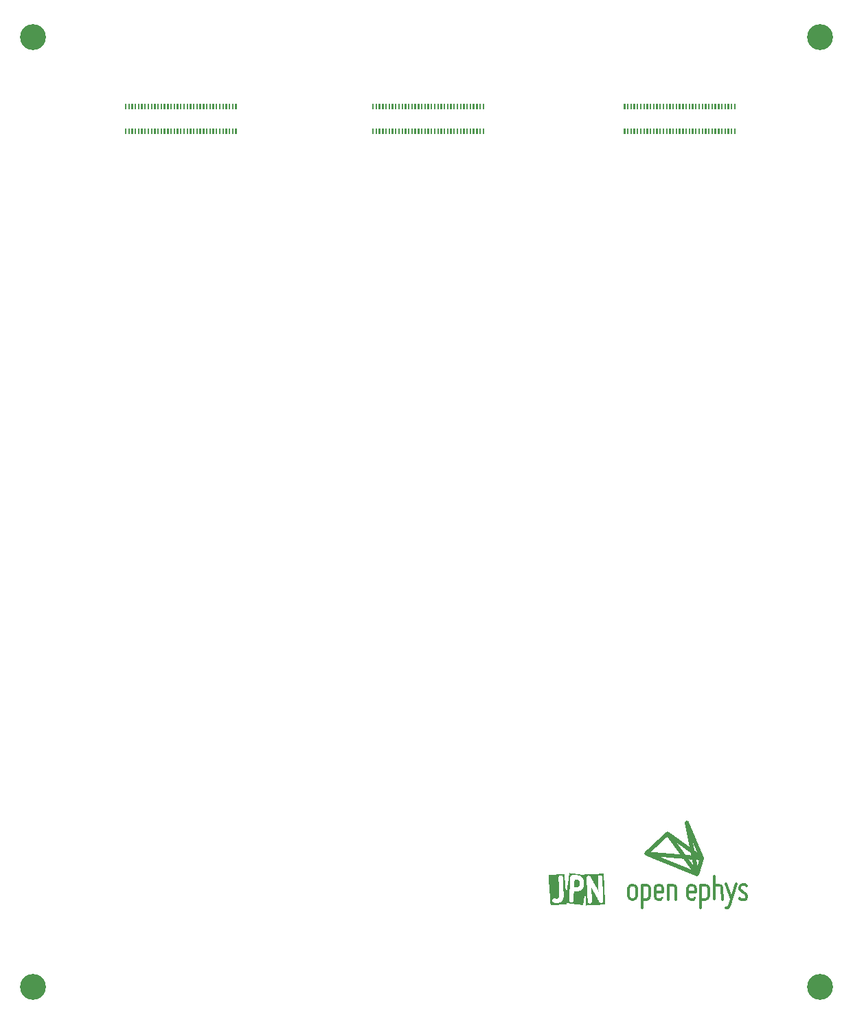
<source format=gbr>
%TF.GenerationSoftware,KiCad,Pcbnew,(6.0.0)*%
%TF.CreationDate,2022-03-28T07:33:37-07:00*%
%TF.ProjectId,flex-24_panel,666c6578-2d32-4345-9f70-616e656c2e6b,A*%
%TF.SameCoordinates,Original*%
%TF.FileFunction,Soldermask,Top*%
%TF.FilePolarity,Negative*%
%FSLAX46Y46*%
G04 Gerber Fmt 4.6, Leading zero omitted, Abs format (unit mm)*
G04 Created by KiCad (PCBNEW (6.0.0)) date 2022-03-28 07:33:37*
%MOMM*%
%LPD*%
G01*
G04 APERTURE LIST*
%ADD10C,0.360000*%
%ADD11C,0.550000*%
%ADD12C,3.200000*%
G04 APERTURE END LIST*
%TO.C,J2*%
G36*
X183030000Y-43995864D02*
G01*
X182830000Y-43995864D01*
X182830000Y-43295864D01*
X183030000Y-43295864D01*
X183030000Y-43995864D01*
G37*
G36*
X176830000Y-46375864D02*
G01*
X177030000Y-46375864D01*
X177030000Y-47075864D01*
X176830000Y-47075864D01*
X176830000Y-46375864D01*
G37*
G36*
X184030000Y-46375864D02*
G01*
X184230000Y-46375864D01*
X184230000Y-47075864D01*
X184030000Y-47075864D01*
X184030000Y-46375864D01*
G37*
G36*
X174630000Y-43995864D02*
G01*
X174430000Y-43995864D01*
X174430000Y-43295864D01*
X174630000Y-43295864D01*
X174630000Y-43995864D01*
G37*
G36*
X172830000Y-46375864D02*
G01*
X173030000Y-46375864D01*
X173030000Y-47075864D01*
X172830000Y-47075864D01*
X172830000Y-46375864D01*
G37*
G36*
X182430000Y-46375864D02*
G01*
X182630000Y-46375864D01*
X182630000Y-47075864D01*
X182430000Y-47075864D01*
X182430000Y-46375864D01*
G37*
G36*
X182630000Y-43995864D02*
G01*
X182430000Y-43995864D01*
X182430000Y-43295864D01*
X182630000Y-43295864D01*
X182630000Y-43995864D01*
G37*
G36*
X178830000Y-46375864D02*
G01*
X179030000Y-46375864D01*
X179030000Y-47075864D01*
X178830000Y-47075864D01*
X178830000Y-46375864D01*
G37*
G36*
X181230000Y-46375864D02*
G01*
X181430000Y-46375864D01*
X181430000Y-47075864D01*
X181230000Y-47075864D01*
X181230000Y-46375864D01*
G37*
G36*
X171830000Y-43995864D02*
G01*
X171630000Y-43995864D01*
X171630000Y-43295864D01*
X171830000Y-43295864D01*
X171830000Y-43995864D01*
G37*
G36*
X172430000Y-46375864D02*
G01*
X172630000Y-46375864D01*
X172630000Y-47075864D01*
X172430000Y-47075864D01*
X172430000Y-46375864D01*
G37*
G36*
X177630000Y-46375864D02*
G01*
X177830000Y-46375864D01*
X177830000Y-47075864D01*
X177630000Y-47075864D01*
X177630000Y-46375864D01*
G37*
G36*
X176230000Y-43995864D02*
G01*
X176030000Y-43995864D01*
X176030000Y-43295864D01*
X176230000Y-43295864D01*
X176230000Y-43995864D01*
G37*
G36*
X183230000Y-46375864D02*
G01*
X183430000Y-46375864D01*
X183430000Y-47075864D01*
X183230000Y-47075864D01*
X183230000Y-46375864D01*
G37*
G36*
X183430000Y-43995864D02*
G01*
X183230000Y-43995864D01*
X183230000Y-43295864D01*
X183430000Y-43295864D01*
X183430000Y-43995864D01*
G37*
G36*
X180030000Y-46375864D02*
G01*
X180230000Y-46375864D01*
X180230000Y-47075864D01*
X180030000Y-47075864D01*
X180030000Y-46375864D01*
G37*
G36*
X175030000Y-43995864D02*
G01*
X174830000Y-43995864D01*
X174830000Y-43295864D01*
X175030000Y-43295864D01*
X175030000Y-43995864D01*
G37*
G36*
X178430000Y-46375864D02*
G01*
X178630000Y-46375864D01*
X178630000Y-47075864D01*
X178430000Y-47075864D01*
X178430000Y-46375864D01*
G37*
G36*
X173830000Y-43995864D02*
G01*
X173630000Y-43995864D01*
X173630000Y-43295864D01*
X173830000Y-43295864D01*
X173830000Y-43995864D01*
G37*
G36*
X173630000Y-46375864D02*
G01*
X173830000Y-46375864D01*
X173830000Y-47075864D01*
X173630000Y-47075864D01*
X173630000Y-46375864D01*
G37*
G36*
X183830000Y-43995864D02*
G01*
X183630000Y-43995864D01*
X183630000Y-43295864D01*
X183830000Y-43295864D01*
X183830000Y-43995864D01*
G37*
G36*
X174230000Y-43995864D02*
G01*
X174030000Y-43995864D01*
X174030000Y-43295864D01*
X174230000Y-43295864D01*
X174230000Y-43995864D01*
G37*
G36*
X183630000Y-46375864D02*
G01*
X183830000Y-46375864D01*
X183830000Y-47075864D01*
X183630000Y-47075864D01*
X183630000Y-46375864D01*
G37*
G36*
X178030000Y-46375864D02*
G01*
X178230000Y-46375864D01*
X178230000Y-47075864D01*
X178030000Y-47075864D01*
X178030000Y-46375864D01*
G37*
G36*
X175830000Y-43995864D02*
G01*
X175630000Y-43995864D01*
X175630000Y-43295864D01*
X175830000Y-43295864D01*
X175830000Y-43995864D01*
G37*
G36*
X179630000Y-46375864D02*
G01*
X179830000Y-46375864D01*
X179830000Y-47075864D01*
X179630000Y-47075864D01*
X179630000Y-46375864D01*
G37*
G36*
X173430000Y-43995864D02*
G01*
X173230000Y-43995864D01*
X173230000Y-43295864D01*
X173430000Y-43295864D01*
X173430000Y-43995864D01*
G37*
G36*
X181830000Y-43995864D02*
G01*
X181630000Y-43995864D01*
X181630000Y-43295864D01*
X181830000Y-43295864D01*
X181830000Y-43995864D01*
G37*
G36*
X181630000Y-46375864D02*
G01*
X181830000Y-46375864D01*
X181830000Y-47075864D01*
X181630000Y-47075864D01*
X181630000Y-46375864D01*
G37*
G36*
X175630000Y-46375864D02*
G01*
X175830000Y-46375864D01*
X175830000Y-47075864D01*
X175630000Y-47075864D01*
X175630000Y-46375864D01*
G37*
G36*
X171030000Y-43995864D02*
G01*
X170830000Y-43995864D01*
X170830000Y-43295864D01*
X171030000Y-43295864D01*
X171030000Y-43995864D01*
G37*
G36*
X179030000Y-43995864D02*
G01*
X178830000Y-43995864D01*
X178830000Y-43295864D01*
X179030000Y-43295864D01*
X179030000Y-43995864D01*
G37*
G36*
X175230000Y-46375864D02*
G01*
X175430000Y-46375864D01*
X175430000Y-47075864D01*
X175230000Y-47075864D01*
X175230000Y-46375864D01*
G37*
G36*
X172030000Y-46375864D02*
G01*
X172230000Y-46375864D01*
X172230000Y-47075864D01*
X172030000Y-47075864D01*
X172030000Y-46375864D01*
G37*
G36*
X174830000Y-46375864D02*
G01*
X175030000Y-46375864D01*
X175030000Y-47075864D01*
X174830000Y-47075864D01*
X174830000Y-46375864D01*
G37*
G36*
X180430000Y-46375864D02*
G01*
X180630000Y-46375864D01*
X180630000Y-47075864D01*
X180430000Y-47075864D01*
X180430000Y-46375864D01*
G37*
G36*
X184630000Y-43995864D02*
G01*
X184430000Y-43995864D01*
X184430000Y-43295864D01*
X184630000Y-43295864D01*
X184630000Y-43995864D01*
G37*
G36*
X177430000Y-43995864D02*
G01*
X177230000Y-43995864D01*
X177230000Y-43295864D01*
X177430000Y-43295864D01*
X177430000Y-43995864D01*
G37*
G36*
X178630000Y-43995864D02*
G01*
X178430000Y-43995864D01*
X178430000Y-43295864D01*
X178630000Y-43295864D01*
X178630000Y-43995864D01*
G37*
G36*
X176630000Y-43995864D02*
G01*
X176430000Y-43995864D01*
X176430000Y-43295864D01*
X176630000Y-43295864D01*
X176630000Y-43995864D01*
G37*
G36*
X171230000Y-46375864D02*
G01*
X171430000Y-46375864D01*
X171430000Y-47075864D01*
X171230000Y-47075864D01*
X171230000Y-46375864D01*
G37*
G36*
X181430000Y-43995864D02*
G01*
X181230000Y-43995864D01*
X181230000Y-43295864D01*
X181430000Y-43295864D01*
X181430000Y-43995864D01*
G37*
G36*
X180630000Y-43995864D02*
G01*
X180430000Y-43995864D01*
X180430000Y-43295864D01*
X180630000Y-43295864D01*
X180630000Y-43995864D01*
G37*
G36*
X182830000Y-46375864D02*
G01*
X183030000Y-46375864D01*
X183030000Y-47075864D01*
X182830000Y-47075864D01*
X182830000Y-46375864D01*
G37*
G36*
X179830000Y-43995864D02*
G01*
X179630000Y-43995864D01*
X179630000Y-43295864D01*
X179830000Y-43295864D01*
X179830000Y-43995864D01*
G37*
G36*
X174430000Y-46375864D02*
G01*
X174630000Y-46375864D01*
X174630000Y-47075864D01*
X174430000Y-47075864D01*
X174430000Y-46375864D01*
G37*
G36*
X177230000Y-46375864D02*
G01*
X177430000Y-46375864D01*
X177430000Y-47075864D01*
X177230000Y-47075864D01*
X177230000Y-46375864D01*
G37*
G36*
X175430000Y-43995864D02*
G01*
X175230000Y-43995864D01*
X175230000Y-43295864D01*
X175430000Y-43295864D01*
X175430000Y-43995864D01*
G37*
G36*
X177030000Y-43995864D02*
G01*
X176830000Y-43995864D01*
X176830000Y-43295864D01*
X177030000Y-43295864D01*
X177030000Y-43995864D01*
G37*
G36*
X178230000Y-43995864D02*
G01*
X178030000Y-43995864D01*
X178030000Y-43295864D01*
X178230000Y-43295864D01*
X178230000Y-43995864D01*
G37*
G36*
X182030000Y-46375864D02*
G01*
X182230000Y-46375864D01*
X182230000Y-47075864D01*
X182030000Y-47075864D01*
X182030000Y-46375864D01*
G37*
G36*
X184230000Y-43995864D02*
G01*
X184030000Y-43995864D01*
X184030000Y-43295864D01*
X184230000Y-43295864D01*
X184230000Y-43995864D01*
G37*
G36*
X176430000Y-46375864D02*
G01*
X176630000Y-46375864D01*
X176630000Y-47075864D01*
X176430000Y-47075864D01*
X176430000Y-46375864D01*
G37*
G36*
X180830000Y-46375864D02*
G01*
X181030000Y-46375864D01*
X181030000Y-47075864D01*
X180830000Y-47075864D01*
X180830000Y-46375864D01*
G37*
G36*
X180230000Y-43995864D02*
G01*
X180030000Y-43995864D01*
X180030000Y-43295864D01*
X180230000Y-43295864D01*
X180230000Y-43995864D01*
G37*
G36*
X172630000Y-43995864D02*
G01*
X172430000Y-43995864D01*
X172430000Y-43295864D01*
X172630000Y-43295864D01*
X172630000Y-43995864D01*
G37*
G36*
X179430000Y-43995864D02*
G01*
X179230000Y-43995864D01*
X179230000Y-43295864D01*
X179430000Y-43295864D01*
X179430000Y-43995864D01*
G37*
G36*
X173230000Y-46375864D02*
G01*
X173430000Y-46375864D01*
X173430000Y-47075864D01*
X173230000Y-47075864D01*
X173230000Y-46375864D01*
G37*
G36*
X177830000Y-43995864D02*
G01*
X177630000Y-43995864D01*
X177630000Y-43295864D01*
X177830000Y-43295864D01*
X177830000Y-43995864D01*
G37*
G36*
X174030000Y-46375864D02*
G01*
X174230000Y-46375864D01*
X174230000Y-47075864D01*
X174030000Y-47075864D01*
X174030000Y-46375864D01*
G37*
G36*
X182230000Y-43995864D02*
G01*
X182030000Y-43995864D01*
X182030000Y-43295864D01*
X182230000Y-43295864D01*
X182230000Y-43995864D01*
G37*
G36*
X170830000Y-46375864D02*
G01*
X171030000Y-46375864D01*
X171030000Y-47075864D01*
X170830000Y-47075864D01*
X170830000Y-46375864D01*
G37*
G36*
X179230000Y-46375864D02*
G01*
X179430000Y-46375864D01*
X179430000Y-47075864D01*
X179230000Y-47075864D01*
X179230000Y-46375864D01*
G37*
G36*
X173030000Y-43995864D02*
G01*
X172830000Y-43995864D01*
X172830000Y-43295864D01*
X173030000Y-43295864D01*
X173030000Y-43995864D01*
G37*
G36*
X184430000Y-46375864D02*
G01*
X184630000Y-46375864D01*
X184630000Y-47075864D01*
X184430000Y-47075864D01*
X184430000Y-46375864D01*
G37*
G36*
X176030000Y-46375864D02*
G01*
X176230000Y-46375864D01*
X176230000Y-47075864D01*
X176030000Y-47075864D01*
X176030000Y-46375864D01*
G37*
G36*
X181030000Y-43995864D02*
G01*
X180830000Y-43995864D01*
X180830000Y-43295864D01*
X181030000Y-43295864D01*
X181030000Y-43995864D01*
G37*
G36*
X172230000Y-43995864D02*
G01*
X172030000Y-43995864D01*
X172030000Y-43295864D01*
X172230000Y-43295864D01*
X172230000Y-43995864D01*
G37*
G36*
X171630000Y-46375864D02*
G01*
X171830000Y-46375864D01*
X171830000Y-47075864D01*
X171630000Y-47075864D01*
X171630000Y-46375864D01*
G37*
G36*
X171430000Y-43995864D02*
G01*
X171230000Y-43995864D01*
X171230000Y-43295864D01*
X171430000Y-43295864D01*
X171430000Y-43995864D01*
G37*
%TO.C,G\u002A\u002A\u002A*%
G36*
X161755990Y-141212449D02*
G01*
X161743361Y-141043853D01*
X161730193Y-140867082D01*
X161716619Y-140683944D01*
X161702769Y-140496245D01*
X161688777Y-140305791D01*
X161674774Y-140114389D01*
X161660894Y-139923844D01*
X161647266Y-139735964D01*
X161634025Y-139552554D01*
X161621302Y-139375422D01*
X161609230Y-139206373D01*
X161597939Y-139047215D01*
X161587563Y-138899752D01*
X161578234Y-138765793D01*
X161570083Y-138647142D01*
X161563244Y-138545607D01*
X161557847Y-138462994D01*
X161554026Y-138401110D01*
X161551912Y-138361760D01*
X161551637Y-138346751D01*
X161551678Y-138346668D01*
X161566461Y-138343767D01*
X161604906Y-138339419D01*
X161664521Y-138333798D01*
X161742815Y-138327074D01*
X161837295Y-138319420D01*
X161945468Y-138311009D01*
X162064843Y-138302011D01*
X162192928Y-138292600D01*
X162327230Y-138282948D01*
X162465257Y-138273226D01*
X162604517Y-138263606D01*
X162742517Y-138254262D01*
X162876766Y-138245364D01*
X163004772Y-138237085D01*
X163124042Y-138229597D01*
X163232083Y-138223073D01*
X163326405Y-138217683D01*
X163404514Y-138213601D01*
X163463919Y-138210999D01*
X163502127Y-138210048D01*
X163516646Y-138210920D01*
X163516685Y-138210968D01*
X163518794Y-138225728D01*
X163522648Y-138264985D01*
X163528111Y-138326982D01*
X163535044Y-138409964D01*
X163543309Y-138512173D01*
X163552768Y-138631853D01*
X163563284Y-138767248D01*
X163574719Y-138916601D01*
X163586935Y-139078155D01*
X163599794Y-139250154D01*
X163613158Y-139430842D01*
X163623703Y-139574742D01*
X163637332Y-139760582D01*
X163650537Y-139938856D01*
X163663180Y-140107830D01*
X163675127Y-140265771D01*
X163686243Y-140410946D01*
X163696391Y-140541623D01*
X163705437Y-140656067D01*
X163713245Y-140752547D01*
X163719679Y-140829329D01*
X163724605Y-140884680D01*
X163727886Y-140916868D01*
X163729220Y-140924780D01*
X163731901Y-140912018D01*
X163737883Y-140874848D01*
X163746928Y-140814947D01*
X163758800Y-140733988D01*
X163773260Y-140633646D01*
X163790071Y-140515597D01*
X163808996Y-140381516D01*
X163829798Y-140233078D01*
X163852240Y-140071958D01*
X163876084Y-139899830D01*
X163901093Y-139718370D01*
X163927029Y-139529253D01*
X163929957Y-139507844D01*
X163955959Y-139317899D01*
X163981003Y-139135365D01*
X164004856Y-138961922D01*
X164027283Y-138799252D01*
X164048052Y-138649035D01*
X164066928Y-138512952D01*
X164083679Y-138392683D01*
X164098069Y-138289910D01*
X164109867Y-138206312D01*
X164118838Y-138143572D01*
X164124748Y-138103368D01*
X164127364Y-138087383D01*
X164127440Y-138087176D01*
X164140762Y-138088292D01*
X164178055Y-138092727D01*
X164237216Y-138100202D01*
X164316141Y-138110439D01*
X164412728Y-138123160D01*
X164524872Y-138138086D01*
X164650470Y-138154940D01*
X164787419Y-138173444D01*
X164933616Y-138193319D01*
X165038837Y-138207695D01*
X165190816Y-138228456D01*
X165335469Y-138248134D01*
X165470634Y-138266438D01*
X165594147Y-138283081D01*
X165703844Y-138297772D01*
X165797563Y-138310224D01*
X165873140Y-138320146D01*
X165928411Y-138327250D01*
X165961214Y-138331246D01*
X165969534Y-138332042D01*
X165988643Y-138321618D01*
X165992565Y-138302017D01*
X165992565Y-138271897D01*
X167172888Y-138216289D01*
X167346769Y-138208210D01*
X167513111Y-138200704D01*
X167670038Y-138193841D01*
X167815677Y-138187694D01*
X167948152Y-138182334D01*
X168065588Y-138177833D01*
X168166112Y-138174264D01*
X168247847Y-138171697D01*
X168308920Y-138170205D01*
X168347455Y-138169860D01*
X168361578Y-138170733D01*
X168361580Y-138170735D01*
X168363009Y-138184583D01*
X168365553Y-138222907D01*
X168369126Y-138283915D01*
X168373642Y-138365819D01*
X168379016Y-138466829D01*
X168385162Y-138585154D01*
X168391995Y-138719005D01*
X168399430Y-138866592D01*
X168407381Y-139026126D01*
X168415763Y-139195815D01*
X168424489Y-139373871D01*
X168433476Y-139558504D01*
X168442637Y-139747924D01*
X168451887Y-139940341D01*
X168461140Y-140133964D01*
X168470311Y-140327005D01*
X168479315Y-140517674D01*
X168488066Y-140704180D01*
X168496478Y-140884733D01*
X168504467Y-141057545D01*
X168511946Y-141220825D01*
X168518831Y-141372783D01*
X168525036Y-141511629D01*
X168530475Y-141635574D01*
X168535063Y-141742827D01*
X168538714Y-141831599D01*
X168541344Y-141900101D01*
X168542866Y-141946541D01*
X168543196Y-141969131D01*
X168543005Y-141971081D01*
X168529798Y-141972058D01*
X168492574Y-141974151D01*
X168433610Y-141977250D01*
X168355181Y-141981247D01*
X168259564Y-141986033D01*
X168149035Y-141991500D01*
X168025870Y-141997538D01*
X167892345Y-142004039D01*
X167750736Y-142010895D01*
X167603320Y-142017997D01*
X167452372Y-142025235D01*
X167300168Y-142032502D01*
X167148985Y-142039688D01*
X167001099Y-142046686D01*
X166858786Y-142053385D01*
X166724322Y-142059679D01*
X166599983Y-142065457D01*
X166488045Y-142070611D01*
X166390784Y-142075033D01*
X166310478Y-142078613D01*
X166249400Y-142081244D01*
X166209829Y-142082816D01*
X166194387Y-142083234D01*
X166184875Y-142070441D01*
X166176704Y-142034765D01*
X166171309Y-141987500D01*
X166169351Y-141957753D01*
X166166326Y-141904231D01*
X166162360Y-141829457D01*
X166157577Y-141735950D01*
X166152104Y-141626230D01*
X166146064Y-141502818D01*
X166139585Y-141368234D01*
X166132792Y-141225000D01*
X166125809Y-141075634D01*
X166124050Y-141037668D01*
X166117187Y-140890326D01*
X166110599Y-140750922D01*
X166104394Y-140621649D01*
X166098682Y-140504704D01*
X166093574Y-140402282D01*
X166089180Y-140316577D01*
X166085610Y-140249785D01*
X166082972Y-140204101D01*
X166081379Y-140181720D01*
X166081080Y-140179789D01*
X166078781Y-140191905D01*
X166073244Y-140228044D01*
X166064757Y-140286147D01*
X166053610Y-140364152D01*
X166040092Y-140460000D01*
X166024493Y-140571630D01*
X166007102Y-140696982D01*
X165988208Y-140833996D01*
X165968102Y-140980611D01*
X165951295Y-141103747D01*
X165930325Y-141256958D01*
X165910211Y-141402503D01*
X165891254Y-141538285D01*
X165873755Y-141662209D01*
X165858016Y-141772177D01*
X165844341Y-141866093D01*
X165833029Y-141941863D01*
X165824383Y-141997388D01*
X165818706Y-142030575D01*
X165816521Y-142039615D01*
X165802441Y-142039233D01*
X165764321Y-142035496D01*
X165704194Y-142028659D01*
X165624092Y-142018982D01*
X165526046Y-142006721D01*
X165412090Y-141992135D01*
X165284256Y-141975480D01*
X165144575Y-141957015D01*
X164995080Y-141936996D01*
X164837804Y-141915682D01*
X164824437Y-141913860D01*
X164665975Y-141892294D01*
X164514670Y-141871808D01*
X164372609Y-141852678D01*
X164241881Y-141835180D01*
X164124575Y-141819591D01*
X164022779Y-141806186D01*
X163938582Y-141795242D01*
X163874072Y-141787036D01*
X163831337Y-141781844D01*
X163812467Y-141779941D01*
X163812142Y-141779938D01*
X163795869Y-141782147D01*
X163788394Y-141792640D01*
X163787797Y-141817841D01*
X163790826Y-141851373D01*
X163798169Y-141922525D01*
X163714201Y-141930775D01*
X163669712Y-141934791D01*
X163604839Y-141940147D01*
X163522104Y-141946666D01*
X163424031Y-141954170D01*
X163313139Y-141962480D01*
X163191952Y-141971421D01*
X163062992Y-141980813D01*
X162928780Y-141990480D01*
X162791838Y-142000243D01*
X162654689Y-142009926D01*
X162519854Y-142019350D01*
X162389856Y-142028338D01*
X162267215Y-142036712D01*
X162154455Y-142044295D01*
X162054098Y-142050909D01*
X161968664Y-142056376D01*
X161900677Y-142060519D01*
X161852658Y-142063160D01*
X161827129Y-142064122D01*
X161823593Y-142063926D01*
X161821761Y-142050184D01*
X161818201Y-142012011D01*
X161813045Y-141951212D01*
X161806425Y-141869595D01*
X161798473Y-141768965D01*
X161789322Y-141651129D01*
X161779103Y-141517894D01*
X161773239Y-141440706D01*
X162018546Y-141440706D01*
X162026012Y-141517320D01*
X162050774Y-141588034D01*
X162065651Y-141612884D01*
X162104876Y-141653820D01*
X162162642Y-141695183D01*
X162231571Y-141732817D01*
X162304286Y-141762567D01*
X162357680Y-141777375D01*
X162423698Y-141786437D01*
X162505598Y-141790796D01*
X162593691Y-141790559D01*
X162678289Y-141785832D01*
X162749703Y-141776720D01*
X162768212Y-141772890D01*
X162895988Y-141731465D01*
X163012643Y-141668979D01*
X163122062Y-141583201D01*
X163156451Y-141550201D01*
X163244835Y-141448439D01*
X164110333Y-141448439D01*
X164121087Y-141537697D01*
X164152879Y-141611411D01*
X164191663Y-141657776D01*
X164255330Y-141700125D01*
X164330147Y-141722611D01*
X164408782Y-141724113D01*
X164483906Y-141703511D01*
X164485673Y-141702704D01*
X164526388Y-141679629D01*
X164561266Y-141652911D01*
X164567299Y-141646880D01*
X164582832Y-141629093D01*
X164595969Y-141610749D01*
X164607048Y-141589414D01*
X164616405Y-141562655D01*
X164624377Y-141528038D01*
X164631301Y-141483128D01*
X164637513Y-141425491D01*
X164643351Y-141352695D01*
X164649150Y-141262304D01*
X164655248Y-141151885D01*
X164661982Y-141019003D01*
X164666272Y-140931493D01*
X164694752Y-140346980D01*
X164932389Y-140354442D01*
X165025360Y-140356858D01*
X165097338Y-140357345D01*
X165153594Y-140355676D01*
X165199403Y-140351621D01*
X165240036Y-140344952D01*
X165261786Y-140340158D01*
X165402530Y-140293656D01*
X165531993Y-140224686D01*
X165647822Y-140135542D01*
X165747664Y-140028518D01*
X165829166Y-139905906D01*
X165889975Y-139770001D01*
X165908768Y-139709545D01*
X165918951Y-139658295D01*
X165927974Y-139587107D01*
X165935526Y-139502350D01*
X165941297Y-139410394D01*
X165944977Y-139317609D01*
X165946253Y-139230363D01*
X165944816Y-139155027D01*
X165940354Y-139097969D01*
X165939038Y-139089107D01*
X165902124Y-138943110D01*
X165843107Y-138808482D01*
X165764082Y-138687276D01*
X165738548Y-138659427D01*
X166253810Y-138659427D01*
X166253887Y-138699037D01*
X166254753Y-138748804D01*
X166256450Y-138810141D01*
X166259019Y-138884460D01*
X166262501Y-138973174D01*
X166266939Y-139077694D01*
X166272374Y-139199432D01*
X166278846Y-139339801D01*
X166286398Y-139500213D01*
X166295071Y-139682081D01*
X166304906Y-139886815D01*
X166315945Y-140115830D01*
X166321003Y-140220687D01*
X166332343Y-140454264D01*
X166342629Y-140662782D01*
X166351936Y-140847478D01*
X166360339Y-141009588D01*
X166367911Y-141150349D01*
X166374728Y-141271000D01*
X166380863Y-141372777D01*
X166386392Y-141456918D01*
X166391388Y-141524659D01*
X166395928Y-141577238D01*
X166400083Y-141615892D01*
X166403930Y-141641858D01*
X166407425Y-141656061D01*
X166445259Y-141724052D01*
X166500231Y-141777329D01*
X166567069Y-141813253D01*
X166640500Y-141829189D01*
X166715255Y-141822498D01*
X166730886Y-141817885D01*
X166804598Y-141780373D01*
X166864323Y-141724052D01*
X166890465Y-141684043D01*
X166905000Y-141652050D01*
X166913433Y-141618996D01*
X166916995Y-141576746D01*
X166916920Y-141517168D01*
X166916771Y-141510427D01*
X166915594Y-141473612D01*
X166913296Y-141414098D01*
X166910020Y-141335002D01*
X166905911Y-141239440D01*
X166901115Y-141130528D01*
X166895775Y-141011383D01*
X166890037Y-140885120D01*
X166884045Y-140754857D01*
X166877944Y-140623709D01*
X166871879Y-140494793D01*
X166865994Y-140371225D01*
X166860435Y-140256121D01*
X166855346Y-140152597D01*
X166850871Y-140063770D01*
X166847156Y-139992757D01*
X166844345Y-139942672D01*
X166842959Y-139921277D01*
X166841633Y-139882070D01*
X166843905Y-139857287D01*
X166848121Y-139852261D01*
X166858353Y-139865963D01*
X166877784Y-139897962D01*
X166903448Y-139943212D01*
X166927333Y-139987163D01*
X166946195Y-140022204D01*
X166976343Y-140077822D01*
X167016410Y-140151511D01*
X167065032Y-140240768D01*
X167120841Y-140343087D01*
X167182472Y-140455963D01*
X167248559Y-140576892D01*
X167317736Y-140703370D01*
X167377697Y-140812915D01*
X167447507Y-140940410D01*
X167514689Y-141063111D01*
X167577976Y-141178706D01*
X167636104Y-141284883D01*
X167687807Y-141379331D01*
X167731820Y-141459738D01*
X167766877Y-141523793D01*
X167791713Y-141569184D01*
X167804391Y-141592370D01*
X167858594Y-141671945D01*
X167920651Y-141726439D01*
X167990746Y-141755948D01*
X168069059Y-141760571D01*
X168108445Y-141754244D01*
X168177248Y-141727007D01*
X168238397Y-141680913D01*
X168285029Y-141622159D01*
X168305541Y-141576231D01*
X168307910Y-141564240D01*
X168309608Y-141544924D01*
X168310586Y-141516918D01*
X168310794Y-141478860D01*
X168310182Y-141429386D01*
X168308701Y-141367132D01*
X168306300Y-141290736D01*
X168302931Y-141198834D01*
X168298543Y-141090062D01*
X168293086Y-140963058D01*
X168286512Y-140816457D01*
X168278770Y-140648896D01*
X168269811Y-140459013D01*
X168259584Y-140245443D01*
X168249174Y-140030175D01*
X168237965Y-139799583D01*
X168227907Y-139593809D01*
X168218905Y-139411378D01*
X168210865Y-139250817D01*
X168203691Y-139110651D01*
X168197289Y-138989407D01*
X168191563Y-138885610D01*
X168186419Y-138797787D01*
X168181761Y-138724463D01*
X168177495Y-138664164D01*
X168173525Y-138615417D01*
X168169757Y-138576747D01*
X168166096Y-138546679D01*
X168162446Y-138523741D01*
X168158712Y-138506459D01*
X168154801Y-138493357D01*
X168150616Y-138482962D01*
X168149294Y-138480154D01*
X168104522Y-138415982D01*
X168043553Y-138368767D01*
X167971906Y-138340598D01*
X167895104Y-138333563D01*
X167818666Y-138349749D01*
X167811778Y-138352506D01*
X167744608Y-138390411D01*
X167696642Y-138441340D01*
X167666366Y-138507979D01*
X167652270Y-138593013D01*
X167650803Y-138638464D01*
X167651435Y-138670469D01*
X167653238Y-138725684D01*
X167656072Y-138801034D01*
X167659795Y-138893441D01*
X167664267Y-138999827D01*
X167669347Y-139117116D01*
X167674896Y-139242231D01*
X167680771Y-139372093D01*
X167686834Y-139503626D01*
X167692943Y-139633753D01*
X167698957Y-139759397D01*
X167704736Y-139877480D01*
X167710140Y-139984925D01*
X167715027Y-140078655D01*
X167719258Y-140155592D01*
X167722692Y-140212661D01*
X167722786Y-140214106D01*
X167725924Y-140267490D01*
X167726361Y-140298428D01*
X167723514Y-140310708D01*
X167716798Y-140308121D01*
X167709605Y-140299650D01*
X167705774Y-140294690D01*
X167701764Y-140289144D01*
X167696780Y-140281565D01*
X167690027Y-140270507D01*
X167680710Y-140254522D01*
X167668036Y-140232163D01*
X167651208Y-140201983D01*
X167629433Y-140162534D01*
X167601915Y-140112369D01*
X167567860Y-140050041D01*
X167526473Y-139974102D01*
X167476960Y-139883106D01*
X167418525Y-139775606D01*
X167350374Y-139650153D01*
X167271712Y-139505301D01*
X167181745Y-139339602D01*
X167124214Y-139233640D01*
X167054884Y-139106342D01*
X166988453Y-138985131D01*
X166926110Y-138872129D01*
X166869049Y-138769461D01*
X166818460Y-138679250D01*
X166775533Y-138603620D01*
X166741462Y-138544695D01*
X166717436Y-138504599D01*
X166704647Y-138485454D01*
X166704351Y-138485115D01*
X166658600Y-138446776D01*
X166601770Y-138416567D01*
X166545079Y-138399934D01*
X166525570Y-138398303D01*
X166445601Y-138410252D01*
X166370969Y-138444372D01*
X166308299Y-138496754D01*
X166271889Y-138547951D01*
X166267602Y-138555998D01*
X166263814Y-138564318D01*
X166260566Y-138574322D01*
X166257901Y-138587423D01*
X166255858Y-138605032D01*
X166254481Y-138628563D01*
X166253810Y-138659427D01*
X165738548Y-138659427D01*
X165667142Y-138581547D01*
X165554380Y-138493347D01*
X165427891Y-138424732D01*
X165289769Y-138377755D01*
X165195694Y-138359922D01*
X165130217Y-138352602D01*
X165050610Y-138345883D01*
X164961312Y-138339922D01*
X164866766Y-138334876D01*
X164771413Y-138330902D01*
X164679693Y-138328157D01*
X164596049Y-138326799D01*
X164524921Y-138326984D01*
X164470751Y-138328870D01*
X164437979Y-138332614D01*
X164436218Y-138333051D01*
X164381048Y-138358562D01*
X164327972Y-138401120D01*
X164284660Y-138453109D01*
X164258784Y-138506913D01*
X164257953Y-138510032D01*
X164255863Y-138528758D01*
X164252653Y-138571696D01*
X164248428Y-138636765D01*
X164243294Y-138721883D01*
X164237355Y-138824969D01*
X164230715Y-138943943D01*
X164223478Y-139076722D01*
X164215750Y-139221226D01*
X164207635Y-139375375D01*
X164199237Y-139537086D01*
X164190661Y-139704278D01*
X164182012Y-139874871D01*
X164173393Y-140046783D01*
X164164911Y-140217933D01*
X164156668Y-140386240D01*
X164148771Y-140549623D01*
X164141322Y-140706001D01*
X164134428Y-140853293D01*
X164128192Y-140989417D01*
X164122719Y-141112293D01*
X164118113Y-141219838D01*
X164114479Y-141309973D01*
X164111922Y-141380616D01*
X164110546Y-141429686D01*
X164110333Y-141448439D01*
X163244835Y-141448439D01*
X163260499Y-141430404D01*
X163338911Y-141305237D01*
X163391910Y-141174245D01*
X163419717Y-141036971D01*
X163422590Y-141004206D01*
X163423253Y-140973946D01*
X163422903Y-140920528D01*
X163421625Y-140846262D01*
X163419503Y-140753456D01*
X163416621Y-140644419D01*
X163413065Y-140521459D01*
X163408919Y-140386886D01*
X163404266Y-140243008D01*
X163399193Y-140092134D01*
X163393782Y-139936573D01*
X163388119Y-139778633D01*
X163382289Y-139620624D01*
X163376375Y-139464854D01*
X163370462Y-139313631D01*
X163364635Y-139169265D01*
X163358978Y-139034064D01*
X163353576Y-138910338D01*
X163348512Y-138800394D01*
X163343873Y-138706542D01*
X163339742Y-138631090D01*
X163336203Y-138576348D01*
X163333342Y-138544623D01*
X163332350Y-138538671D01*
X163306676Y-138482148D01*
X163262744Y-138427905D01*
X163208000Y-138383897D01*
X163168929Y-138364079D01*
X163091236Y-138347565D01*
X163014201Y-138354945D01*
X162942964Y-138384179D01*
X162882665Y-138433224D01*
X162841192Y-138494248D01*
X162806934Y-138564269D01*
X162846794Y-139642529D01*
X162854858Y-139860738D01*
X162861979Y-140054215D01*
X162868181Y-140224532D01*
X162873486Y-140373263D01*
X162877918Y-140501978D01*
X162881499Y-140612250D01*
X162884253Y-140705651D01*
X162886202Y-140783753D01*
X162887370Y-140848129D01*
X162887779Y-140900349D01*
X162887453Y-140941987D01*
X162886415Y-140974614D01*
X162884688Y-140999803D01*
X162882294Y-141019125D01*
X162879257Y-141034153D01*
X162875600Y-141046459D01*
X162871346Y-141057614D01*
X162867651Y-141066472D01*
X162843938Y-141107320D01*
X162808565Y-141151317D01*
X162784295Y-141175302D01*
X162705923Y-141228065D01*
X162620199Y-141256735D01*
X162530888Y-141260825D01*
X162441750Y-141239850D01*
X162406604Y-141224137D01*
X162348482Y-141204549D01*
X162281331Y-141197194D01*
X162216167Y-141202364D01*
X162168604Y-141217819D01*
X162116216Y-141254015D01*
X162069443Y-141302143D01*
X162036487Y-141353239D01*
X162030006Y-141369331D01*
X162018546Y-141440706D01*
X161773239Y-141440706D01*
X161767948Y-141371065D01*
X161755990Y-141212449D01*
G37*
G36*
X164968956Y-138876823D02*
G01*
X165059197Y-138883935D01*
X165159324Y-138898534D01*
X165238416Y-138923928D01*
X165300394Y-138962552D01*
X165349182Y-139016843D01*
X165388247Y-139088206D01*
X165399236Y-139114766D01*
X165406704Y-139139699D01*
X165411035Y-139168252D01*
X165412612Y-139205672D01*
X165411819Y-139257206D01*
X165409039Y-139328102D01*
X165407799Y-139355587D01*
X165400571Y-139466705D01*
X165389170Y-139555361D01*
X165372061Y-139625282D01*
X165347711Y-139680192D01*
X165314587Y-139723819D01*
X165271154Y-139759888D01*
X165231500Y-139783891D01*
X165189929Y-139802995D01*
X165143996Y-139816023D01*
X165088893Y-139823480D01*
X165019814Y-139825871D01*
X164931952Y-139823700D01*
X164878277Y-139820995D01*
X164819012Y-139817124D01*
X164770225Y-139812938D01*
X164737425Y-139808974D01*
X164726183Y-139806127D01*
X164725886Y-139792326D01*
X164726795Y-139755626D01*
X164728755Y-139699416D01*
X164731614Y-139627082D01*
X164735219Y-139542014D01*
X164739416Y-139447597D01*
X164744052Y-139347221D01*
X164748975Y-139244273D01*
X164754032Y-139142140D01*
X164759068Y-139044211D01*
X164763932Y-138953873D01*
X164767664Y-138888174D01*
X164781191Y-138878369D01*
X164819801Y-138873201D01*
X164882666Y-138872682D01*
X164968956Y-138876823D01*
G37*
D10*
%TO.C,*%
X183845000Y-142140000D02*
X183705000Y-142340000D01*
X185805000Y-140640000D02*
X185485000Y-140400000D01*
X179085000Y-141340000D02*
X179445000Y-141340000D01*
X178845000Y-140460000D02*
X179685000Y-140460000D01*
X185385000Y-141400000D02*
X185305000Y-141360000D01*
X183705000Y-142340000D02*
X183525000Y-142380000D01*
X183525000Y-142380000D02*
X183425000Y-142380000D01*
X183425000Y-139400000D02*
X184085000Y-141320000D01*
X177285000Y-141340000D02*
X177285000Y-139940000D01*
X186005000Y-141020000D02*
X186005000Y-140920000D01*
X176925000Y-139580000D02*
X176325000Y-139580000D01*
D11*
X179845000Y-138260000D02*
X180445000Y-136260000D01*
D10*
X185145000Y-140080000D02*
X185225000Y-140200000D01*
X180325000Y-139580000D02*
X180325000Y-141340000D01*
D11*
X178645000Y-131860000D02*
X180445000Y-136260000D01*
D10*
X185925000Y-139600000D02*
X185965000Y-139660000D01*
X182605000Y-139580000D02*
X182145000Y-139580000D01*
X185165000Y-141240000D02*
X185165000Y-141200000D01*
X174685000Y-139940000D02*
X174685000Y-140980000D01*
X175285000Y-139580000D02*
X175045000Y-139580000D01*
X173065000Y-139580000D02*
X173065000Y-141340000D01*
X185125000Y-139880000D02*
X185125000Y-139980000D01*
X185225000Y-140200000D02*
X185545000Y-140440000D01*
X175045000Y-141340000D02*
X175405000Y-141340000D01*
X172395000Y-140980000D02*
X172395000Y-139940000D01*
X185305000Y-141360000D02*
X185205000Y-141300000D01*
X186005000Y-140920000D02*
X185985000Y-140820000D01*
X185405000Y-141400000D02*
X185645000Y-141400000D01*
X181285000Y-140980000D02*
X181285000Y-139940000D01*
X184705000Y-139400000D02*
X183865000Y-142100000D01*
X173665000Y-139580000D02*
X173065000Y-139580000D01*
D11*
X179845000Y-138260000D02*
X173645000Y-135660000D01*
D10*
X180925000Y-139580000D02*
X180325000Y-139580000D01*
X179685000Y-139980000D02*
X179685000Y-140460000D01*
D11*
X173645000Y-135660000D02*
X180445000Y-136260000D01*
D10*
X182985000Y-141340000D02*
X182965000Y-139940000D01*
X180325000Y-141360000D02*
X180325000Y-142400000D01*
X172005000Y-141340000D02*
X171815000Y-141340000D01*
X174805000Y-140460000D02*
X175645000Y-140460000D01*
X185825000Y-139540000D02*
X185925000Y-139600000D01*
X180325000Y-141340000D02*
X180925000Y-141340000D01*
X171835000Y-139580000D02*
X172035000Y-139580000D01*
D11*
X176245000Y-133260000D02*
X179845000Y-138260000D01*
D10*
X175645000Y-139980000D02*
X175645000Y-140460000D01*
X185965000Y-139660000D02*
X185965000Y-139700000D01*
X176325000Y-139580000D02*
X176325000Y-141340000D01*
X173065000Y-141360000D02*
X173065000Y-142400000D01*
X185125000Y-139980000D02*
X185145000Y-140080000D01*
D11*
X173645000Y-135660000D02*
X176245000Y-133260000D01*
D10*
X178725000Y-139940000D02*
X178725000Y-140980000D01*
X185745000Y-139500000D02*
X185825000Y-139540000D01*
X185725000Y-139500000D02*
X185485000Y-139500000D01*
X171445000Y-139940000D02*
X171445000Y-140980000D01*
X182005000Y-141320000D02*
X182005000Y-138480000D01*
X185985000Y-140820000D02*
X185805000Y-140640000D01*
X174025000Y-140980000D02*
X174025000Y-139940000D01*
D11*
X179845000Y-138260000D02*
X178645000Y-131860000D01*
D10*
X173065000Y-141340000D02*
X173665000Y-141340000D01*
D11*
X180445000Y-136260000D02*
X176245000Y-133260000D01*
D10*
X179325000Y-139580000D02*
X179085000Y-139580000D01*
X185205000Y-141300000D02*
X185165000Y-141240000D01*
X182965000Y-139940000D02*
G75*
G03*
X182605000Y-139580000I-360002J-2D01*
G01*
X179445000Y-141340000D02*
G75*
G03*
X179585000Y-141200000I0J140000D01*
G01*
X174025000Y-139940000D02*
G75*
G03*
X173665000Y-139580000I-360002J-2D01*
G01*
X180925000Y-141340000D02*
G75*
G03*
X181285000Y-140980000I-2J360002D01*
G01*
X185645000Y-141400000D02*
G75*
G03*
X186005000Y-141040000I-2J360002D01*
G01*
X171445000Y-140980000D02*
G75*
G03*
X171805000Y-141340000I360002J2D01*
G01*
X185485000Y-139500000D02*
G75*
G03*
X185125000Y-139860000I2J-360002D01*
G01*
X172395000Y-139940000D02*
G75*
G03*
X172035000Y-139580000I-360002J-2D01*
G01*
X177285000Y-139940000D02*
G75*
G03*
X176925000Y-139580000I-360002J-2D01*
G01*
X173665000Y-141340000D02*
G75*
G03*
X174025000Y-140980000I-2J360002D01*
G01*
X171805000Y-139580000D02*
G75*
G03*
X171445000Y-139940000I2J-360002D01*
G01*
X181285000Y-139940000D02*
G75*
G03*
X180925000Y-139580000I-360002J-2D01*
G01*
X175645000Y-139940000D02*
G75*
G03*
X175285000Y-139580000I-360002J-2D01*
G01*
X179685000Y-139940000D02*
G75*
G03*
X179325000Y-139580000I-360002J-2D01*
G01*
X179085000Y-139580000D02*
G75*
G03*
X178725000Y-139940000I2J-360002D01*
G01*
X172035000Y-141340000D02*
G75*
G03*
X172395000Y-140980000I-2J360002D01*
G01*
X175045000Y-139580000D02*
G75*
G03*
X174685000Y-139940000I2J-360002D01*
G01*
X178725000Y-140980000D02*
G75*
G03*
X179085000Y-141340000I360002J2D01*
G01*
X175405000Y-141340000D02*
G75*
G03*
X175545000Y-141200000I0J140000D01*
G01*
X174685000Y-140980000D02*
G75*
G03*
X175045000Y-141340000I360002J2D01*
G01*
%TO.C,J2*%
G36*
X118330000Y-43995864D02*
G01*
X118130000Y-43995864D01*
X118130000Y-43295864D01*
X118330000Y-43295864D01*
X118330000Y-43995864D01*
G37*
G36*
X115730000Y-46375864D02*
G01*
X115930000Y-46375864D01*
X115930000Y-47075864D01*
X115730000Y-47075864D01*
X115730000Y-46375864D01*
G37*
G36*
X113330000Y-46375864D02*
G01*
X113530000Y-46375864D01*
X113530000Y-47075864D01*
X113330000Y-47075864D01*
X113330000Y-46375864D01*
G37*
G36*
X115930000Y-43995864D02*
G01*
X115730000Y-43995864D01*
X115730000Y-43295864D01*
X115930000Y-43295864D01*
X115930000Y-43995864D01*
G37*
G36*
X122930000Y-46375864D02*
G01*
X123130000Y-46375864D01*
X123130000Y-47075864D01*
X122930000Y-47075864D01*
X122930000Y-46375864D01*
G37*
G36*
X120530000Y-46375864D02*
G01*
X120730000Y-46375864D01*
X120730000Y-47075864D01*
X120530000Y-47075864D01*
X120530000Y-46375864D01*
G37*
G36*
X113730000Y-46375864D02*
G01*
X113930000Y-46375864D01*
X113930000Y-47075864D01*
X113730000Y-47075864D01*
X113730000Y-46375864D01*
G37*
G36*
X119530000Y-43995864D02*
G01*
X119330000Y-43995864D01*
X119330000Y-43295864D01*
X119530000Y-43295864D01*
X119530000Y-43995864D01*
G37*
G36*
X110130000Y-46375864D02*
G01*
X110330000Y-46375864D01*
X110330000Y-47075864D01*
X110130000Y-47075864D01*
X110130000Y-46375864D01*
G37*
G36*
X119130000Y-43995864D02*
G01*
X118930000Y-43995864D01*
X118930000Y-43295864D01*
X119130000Y-43295864D01*
X119130000Y-43995864D01*
G37*
G36*
X113530000Y-43995864D02*
G01*
X113330000Y-43995864D01*
X113330000Y-43295864D01*
X113530000Y-43295864D01*
X113530000Y-43995864D01*
G37*
G36*
X116530000Y-46375864D02*
G01*
X116730000Y-46375864D01*
X116730000Y-47075864D01*
X116530000Y-47075864D01*
X116530000Y-46375864D01*
G37*
G36*
X116330000Y-43995864D02*
G01*
X116130000Y-43995864D01*
X116130000Y-43295864D01*
X116330000Y-43295864D01*
X116330000Y-43995864D01*
G37*
G36*
X111530000Y-43995864D02*
G01*
X111330000Y-43995864D01*
X111330000Y-43295864D01*
X111530000Y-43295864D01*
X111530000Y-43995864D01*
G37*
G36*
X112730000Y-43995864D02*
G01*
X112530000Y-43995864D01*
X112530000Y-43295864D01*
X112730000Y-43295864D01*
X112730000Y-43995864D01*
G37*
G36*
X109530000Y-43995864D02*
G01*
X109330000Y-43995864D01*
X109330000Y-43295864D01*
X109530000Y-43295864D01*
X109530000Y-43995864D01*
G37*
G36*
X120730000Y-43995864D02*
G01*
X120530000Y-43995864D01*
X120530000Y-43295864D01*
X120730000Y-43295864D01*
X120730000Y-43995864D01*
G37*
G36*
X112330000Y-43995864D02*
G01*
X112130000Y-43995864D01*
X112130000Y-43295864D01*
X112330000Y-43295864D01*
X112330000Y-43995864D01*
G37*
G36*
X118530000Y-46375864D02*
G01*
X118730000Y-46375864D01*
X118730000Y-47075864D01*
X118530000Y-47075864D01*
X118530000Y-46375864D01*
G37*
G36*
X115130000Y-43995864D02*
G01*
X114930000Y-43995864D01*
X114930000Y-43295864D01*
X115130000Y-43295864D01*
X115130000Y-43995864D01*
G37*
G36*
X121130000Y-43995864D02*
G01*
X120930000Y-43995864D01*
X120930000Y-43295864D01*
X121130000Y-43295864D01*
X121130000Y-43995864D01*
G37*
G36*
X114330000Y-43995864D02*
G01*
X114130000Y-43995864D01*
X114130000Y-43295864D01*
X114330000Y-43295864D01*
X114330000Y-43995864D01*
G37*
G36*
X112130000Y-46375864D02*
G01*
X112330000Y-46375864D01*
X112330000Y-47075864D01*
X112130000Y-47075864D01*
X112130000Y-46375864D01*
G37*
G36*
X115330000Y-46375864D02*
G01*
X115530000Y-46375864D01*
X115530000Y-47075864D01*
X115330000Y-47075864D01*
X115330000Y-46375864D01*
G37*
G36*
X118930000Y-46375864D02*
G01*
X119130000Y-46375864D01*
X119130000Y-47075864D01*
X118930000Y-47075864D01*
X118930000Y-46375864D01*
G37*
G36*
X122130000Y-46375864D02*
G01*
X122330000Y-46375864D01*
X122330000Y-47075864D01*
X122130000Y-47075864D01*
X122130000Y-46375864D01*
G37*
G36*
X121330000Y-46375864D02*
G01*
X121530000Y-46375864D01*
X121530000Y-47075864D01*
X121330000Y-47075864D01*
X121330000Y-46375864D01*
G37*
G36*
X116730000Y-43995864D02*
G01*
X116530000Y-43995864D01*
X116530000Y-43295864D01*
X116730000Y-43295864D01*
X116730000Y-43995864D01*
G37*
G36*
X116930000Y-46375864D02*
G01*
X117130000Y-46375864D01*
X117130000Y-47075864D01*
X116930000Y-47075864D01*
X116930000Y-46375864D01*
G37*
G36*
X117330000Y-46375864D02*
G01*
X117530000Y-46375864D01*
X117530000Y-47075864D01*
X117330000Y-47075864D01*
X117330000Y-46375864D01*
G37*
G36*
X109930000Y-43995864D02*
G01*
X109730000Y-43995864D01*
X109730000Y-43295864D01*
X109930000Y-43295864D01*
X109930000Y-43995864D01*
G37*
G36*
X117730000Y-46375864D02*
G01*
X117930000Y-46375864D01*
X117930000Y-47075864D01*
X117730000Y-47075864D01*
X117730000Y-46375864D01*
G37*
G36*
X114730000Y-43995864D02*
G01*
X114530000Y-43995864D01*
X114530000Y-43295864D01*
X114730000Y-43295864D01*
X114730000Y-43995864D01*
G37*
G36*
X111330000Y-46375864D02*
G01*
X111530000Y-46375864D01*
X111530000Y-47075864D01*
X111330000Y-47075864D01*
X111330000Y-46375864D01*
G37*
G36*
X111730000Y-46375864D02*
G01*
X111930000Y-46375864D01*
X111930000Y-47075864D01*
X111730000Y-47075864D01*
X111730000Y-46375864D01*
G37*
G36*
X114930000Y-46375864D02*
G01*
X115130000Y-46375864D01*
X115130000Y-47075864D01*
X114930000Y-47075864D01*
X114930000Y-46375864D01*
G37*
G36*
X123130000Y-43995864D02*
G01*
X122930000Y-43995864D01*
X122930000Y-43295864D01*
X123130000Y-43295864D01*
X123130000Y-43995864D01*
G37*
G36*
X112530000Y-46375864D02*
G01*
X112730000Y-46375864D01*
X112730000Y-47075864D01*
X112530000Y-47075864D01*
X112530000Y-46375864D01*
G37*
G36*
X110330000Y-43995864D02*
G01*
X110130000Y-43995864D01*
X110130000Y-43295864D01*
X110330000Y-43295864D01*
X110330000Y-43995864D01*
G37*
G36*
X111930000Y-43995864D02*
G01*
X111730000Y-43995864D01*
X111730000Y-43295864D01*
X111930000Y-43295864D01*
X111930000Y-43995864D01*
G37*
G36*
X117930000Y-43995864D02*
G01*
X117730000Y-43995864D01*
X117730000Y-43295864D01*
X117930000Y-43295864D01*
X117930000Y-43995864D01*
G37*
G36*
X114530000Y-46375864D02*
G01*
X114730000Y-46375864D01*
X114730000Y-47075864D01*
X114530000Y-47075864D01*
X114530000Y-46375864D01*
G37*
G36*
X122330000Y-43995864D02*
G01*
X122130000Y-43995864D01*
X122130000Y-43295864D01*
X122330000Y-43295864D01*
X122330000Y-43995864D01*
G37*
G36*
X118130000Y-46375864D02*
G01*
X118330000Y-46375864D01*
X118330000Y-47075864D01*
X118130000Y-47075864D01*
X118130000Y-46375864D01*
G37*
G36*
X110730000Y-43995864D02*
G01*
X110530000Y-43995864D01*
X110530000Y-43295864D01*
X110730000Y-43295864D01*
X110730000Y-43995864D01*
G37*
G36*
X120130000Y-46375864D02*
G01*
X120330000Y-46375864D01*
X120330000Y-47075864D01*
X120130000Y-47075864D01*
X120130000Y-46375864D01*
G37*
G36*
X109730000Y-46375864D02*
G01*
X109930000Y-46375864D01*
X109930000Y-47075864D01*
X109730000Y-47075864D01*
X109730000Y-46375864D01*
G37*
G36*
X120330000Y-43995864D02*
G01*
X120130000Y-43995864D01*
X120130000Y-43295864D01*
X120330000Y-43295864D01*
X120330000Y-43995864D01*
G37*
G36*
X117130000Y-43995864D02*
G01*
X116930000Y-43995864D01*
X116930000Y-43295864D01*
X117130000Y-43295864D01*
X117130000Y-43995864D01*
G37*
G36*
X121730000Y-46375864D02*
G01*
X121930000Y-46375864D01*
X121930000Y-47075864D01*
X121730000Y-47075864D01*
X121730000Y-46375864D01*
G37*
G36*
X111130000Y-43995864D02*
G01*
X110930000Y-43995864D01*
X110930000Y-43295864D01*
X111130000Y-43295864D01*
X111130000Y-43995864D01*
G37*
G36*
X113130000Y-43995864D02*
G01*
X112930000Y-43995864D01*
X112930000Y-43295864D01*
X113130000Y-43295864D01*
X113130000Y-43995864D01*
G37*
G36*
X112930000Y-46375864D02*
G01*
X113130000Y-46375864D01*
X113130000Y-47075864D01*
X112930000Y-47075864D01*
X112930000Y-46375864D01*
G37*
G36*
X118730000Y-43995864D02*
G01*
X118530000Y-43995864D01*
X118530000Y-43295864D01*
X118730000Y-43295864D01*
X118730000Y-43995864D01*
G37*
G36*
X110530000Y-46375864D02*
G01*
X110730000Y-46375864D01*
X110730000Y-47075864D01*
X110530000Y-47075864D01*
X110530000Y-46375864D01*
G37*
G36*
X117530000Y-43995864D02*
G01*
X117330000Y-43995864D01*
X117330000Y-43295864D01*
X117530000Y-43295864D01*
X117530000Y-43995864D01*
G37*
G36*
X119330000Y-46375864D02*
G01*
X119530000Y-46375864D01*
X119530000Y-47075864D01*
X119330000Y-47075864D01*
X119330000Y-46375864D01*
G37*
G36*
X116130000Y-46375864D02*
G01*
X116330000Y-46375864D01*
X116330000Y-47075864D01*
X116130000Y-47075864D01*
X116130000Y-46375864D01*
G37*
G36*
X109330000Y-46375864D02*
G01*
X109530000Y-46375864D01*
X109530000Y-47075864D01*
X109330000Y-47075864D01*
X109330000Y-46375864D01*
G37*
G36*
X115530000Y-43995864D02*
G01*
X115330000Y-43995864D01*
X115330000Y-43295864D01*
X115530000Y-43295864D01*
X115530000Y-43995864D01*
G37*
G36*
X119930000Y-43995864D02*
G01*
X119730000Y-43995864D01*
X119730000Y-43295864D01*
X119930000Y-43295864D01*
X119930000Y-43995864D01*
G37*
G36*
X120930000Y-46375864D02*
G01*
X121130000Y-46375864D01*
X121130000Y-47075864D01*
X120930000Y-47075864D01*
X120930000Y-46375864D01*
G37*
G36*
X122730000Y-43995864D02*
G01*
X122530000Y-43995864D01*
X122530000Y-43295864D01*
X122730000Y-43295864D01*
X122730000Y-43995864D01*
G37*
G36*
X113930000Y-43995864D02*
G01*
X113730000Y-43995864D01*
X113730000Y-43295864D01*
X113930000Y-43295864D01*
X113930000Y-43995864D01*
G37*
G36*
X121930000Y-43995864D02*
G01*
X121730000Y-43995864D01*
X121730000Y-43295864D01*
X121930000Y-43295864D01*
X121930000Y-43995864D01*
G37*
G36*
X119730000Y-46375864D02*
G01*
X119930000Y-46375864D01*
X119930000Y-47075864D01*
X119730000Y-47075864D01*
X119730000Y-46375864D01*
G37*
G36*
X122530000Y-46375864D02*
G01*
X122730000Y-46375864D01*
X122730000Y-47075864D01*
X122530000Y-47075864D01*
X122530000Y-46375864D01*
G37*
G36*
X110930000Y-46375864D02*
G01*
X111130000Y-46375864D01*
X111130000Y-47075864D01*
X110930000Y-47075864D01*
X110930000Y-46375864D01*
G37*
G36*
X114130000Y-46375864D02*
G01*
X114330000Y-46375864D01*
X114330000Y-47075864D01*
X114130000Y-47075864D01*
X114130000Y-46375864D01*
G37*
G36*
X121530000Y-43995864D02*
G01*
X121330000Y-43995864D01*
X121330000Y-43295864D01*
X121530000Y-43295864D01*
X121530000Y-43995864D01*
G37*
G36*
X152630000Y-46375864D02*
G01*
X152830000Y-46375864D01*
X152830000Y-47075864D01*
X152630000Y-47075864D01*
X152630000Y-46375864D01*
G37*
G36*
X146830000Y-43995864D02*
G01*
X146630000Y-43995864D01*
X146630000Y-43295864D01*
X146830000Y-43295864D01*
X146830000Y-43995864D01*
G37*
G36*
X151230000Y-43995864D02*
G01*
X151030000Y-43995864D01*
X151030000Y-43295864D01*
X151230000Y-43295864D01*
X151230000Y-43995864D01*
G37*
G36*
X147030000Y-46375864D02*
G01*
X147230000Y-46375864D01*
X147230000Y-47075864D01*
X147030000Y-47075864D01*
X147030000Y-46375864D01*
G37*
G36*
X142430000Y-43995864D02*
G01*
X142230000Y-43995864D01*
X142230000Y-43295864D01*
X142430000Y-43295864D01*
X142430000Y-43995864D01*
G37*
G36*
X144830000Y-43995864D02*
G01*
X144630000Y-43995864D01*
X144630000Y-43295864D01*
X144830000Y-43295864D01*
X144830000Y-43995864D01*
G37*
G36*
X150230000Y-46375864D02*
G01*
X150430000Y-46375864D01*
X150430000Y-47075864D01*
X150230000Y-47075864D01*
X150230000Y-46375864D01*
G37*
G36*
X148830000Y-43995864D02*
G01*
X148630000Y-43995864D01*
X148630000Y-43295864D01*
X148830000Y-43295864D01*
X148830000Y-43995864D01*
G37*
G36*
X141630000Y-43995864D02*
G01*
X141430000Y-43995864D01*
X141430000Y-43295864D01*
X141630000Y-43295864D01*
X141630000Y-43995864D01*
G37*
G36*
X147830000Y-46375864D02*
G01*
X148030000Y-46375864D01*
X148030000Y-47075864D01*
X147830000Y-47075864D01*
X147830000Y-46375864D01*
G37*
G36*
X142830000Y-43995864D02*
G01*
X142630000Y-43995864D01*
X142630000Y-43295864D01*
X142830000Y-43295864D01*
X142830000Y-43995864D01*
G37*
G36*
X142030000Y-43995864D02*
G01*
X141830000Y-43995864D01*
X141830000Y-43295864D01*
X142030000Y-43295864D01*
X142030000Y-43995864D01*
G37*
G36*
X140030000Y-43995864D02*
G01*
X139830000Y-43995864D01*
X139830000Y-43295864D01*
X140030000Y-43295864D01*
X140030000Y-43995864D01*
G37*
G36*
X150030000Y-43995864D02*
G01*
X149830000Y-43995864D01*
X149830000Y-43295864D01*
X150030000Y-43295864D01*
X150030000Y-43995864D01*
G37*
G36*
X145830000Y-46375864D02*
G01*
X146030000Y-46375864D01*
X146030000Y-47075864D01*
X145830000Y-47075864D01*
X145830000Y-46375864D01*
G37*
G36*
X144030000Y-43995864D02*
G01*
X143830000Y-43995864D01*
X143830000Y-43295864D01*
X144030000Y-43295864D01*
X144030000Y-43995864D01*
G37*
G36*
X146630000Y-46375864D02*
G01*
X146830000Y-46375864D01*
X146830000Y-47075864D01*
X146630000Y-47075864D01*
X146630000Y-46375864D01*
G37*
G36*
X153630000Y-43995864D02*
G01*
X153430000Y-43995864D01*
X153430000Y-43295864D01*
X153630000Y-43295864D01*
X153630000Y-43995864D01*
G37*
G36*
X147630000Y-43995864D02*
G01*
X147430000Y-43995864D01*
X147430000Y-43295864D01*
X147630000Y-43295864D01*
X147630000Y-43995864D01*
G37*
G36*
X151630000Y-43995864D02*
G01*
X151430000Y-43995864D01*
X151430000Y-43295864D01*
X151630000Y-43295864D01*
X151630000Y-43995864D01*
G37*
G36*
X139830000Y-46375864D02*
G01*
X140030000Y-46375864D01*
X140030000Y-47075864D01*
X139830000Y-47075864D01*
X139830000Y-46375864D01*
G37*
G36*
X148430000Y-43995864D02*
G01*
X148230000Y-43995864D01*
X148230000Y-43295864D01*
X148430000Y-43295864D01*
X148430000Y-43995864D01*
G37*
G36*
X144430000Y-43995864D02*
G01*
X144230000Y-43995864D01*
X144230000Y-43295864D01*
X144430000Y-43295864D01*
X144430000Y-43995864D01*
G37*
G36*
X146430000Y-43995864D02*
G01*
X146230000Y-43995864D01*
X146230000Y-43295864D01*
X146430000Y-43295864D01*
X146430000Y-43995864D01*
G37*
G36*
X141230000Y-43995864D02*
G01*
X141030000Y-43995864D01*
X141030000Y-43295864D01*
X141230000Y-43295864D01*
X141230000Y-43995864D01*
G37*
G36*
X152030000Y-43995864D02*
G01*
X151830000Y-43995864D01*
X151830000Y-43295864D01*
X152030000Y-43295864D01*
X152030000Y-43995864D01*
G37*
G36*
X141830000Y-46375864D02*
G01*
X142030000Y-46375864D01*
X142030000Y-47075864D01*
X141830000Y-47075864D01*
X141830000Y-46375864D01*
G37*
G36*
X144630000Y-46375864D02*
G01*
X144830000Y-46375864D01*
X144830000Y-47075864D01*
X144630000Y-47075864D01*
X144630000Y-46375864D01*
G37*
G36*
X140230000Y-46375864D02*
G01*
X140430000Y-46375864D01*
X140430000Y-47075864D01*
X140230000Y-47075864D01*
X140230000Y-46375864D01*
G37*
G36*
X143030000Y-46375864D02*
G01*
X143230000Y-46375864D01*
X143230000Y-47075864D01*
X143030000Y-47075864D01*
X143030000Y-46375864D01*
G37*
G36*
X149030000Y-46375864D02*
G01*
X149230000Y-46375864D01*
X149230000Y-47075864D01*
X149030000Y-47075864D01*
X149030000Y-46375864D01*
G37*
G36*
X149230000Y-43995864D02*
G01*
X149030000Y-43995864D01*
X149030000Y-43295864D01*
X149230000Y-43295864D01*
X149230000Y-43995864D01*
G37*
G36*
X142630000Y-46375864D02*
G01*
X142830000Y-46375864D01*
X142830000Y-47075864D01*
X142630000Y-47075864D01*
X142630000Y-46375864D01*
G37*
G36*
X153230000Y-43995864D02*
G01*
X153030000Y-43995864D01*
X153030000Y-43295864D01*
X153230000Y-43295864D01*
X153230000Y-43995864D01*
G37*
G36*
X147430000Y-46375864D02*
G01*
X147630000Y-46375864D01*
X147630000Y-47075864D01*
X147430000Y-47075864D01*
X147430000Y-46375864D01*
G37*
G36*
X145430000Y-46375864D02*
G01*
X145630000Y-46375864D01*
X145630000Y-47075864D01*
X145430000Y-47075864D01*
X145430000Y-46375864D01*
G37*
G36*
X153030000Y-46375864D02*
G01*
X153230000Y-46375864D01*
X153230000Y-47075864D01*
X153030000Y-47075864D01*
X153030000Y-46375864D01*
G37*
G36*
X151830000Y-46375864D02*
G01*
X152030000Y-46375864D01*
X152030000Y-47075864D01*
X151830000Y-47075864D01*
X151830000Y-46375864D01*
G37*
G36*
X148230000Y-46375864D02*
G01*
X148430000Y-46375864D01*
X148430000Y-47075864D01*
X148230000Y-47075864D01*
X148230000Y-46375864D01*
G37*
G36*
X141430000Y-46375864D02*
G01*
X141630000Y-46375864D01*
X141630000Y-47075864D01*
X141430000Y-47075864D01*
X141430000Y-46375864D01*
G37*
G36*
X140630000Y-46375864D02*
G01*
X140830000Y-46375864D01*
X140830000Y-47075864D01*
X140630000Y-47075864D01*
X140630000Y-46375864D01*
G37*
G36*
X143230000Y-43995864D02*
G01*
X143030000Y-43995864D01*
X143030000Y-43295864D01*
X143230000Y-43295864D01*
X143230000Y-43995864D01*
G37*
G36*
X145030000Y-46375864D02*
G01*
X145230000Y-46375864D01*
X145230000Y-47075864D01*
X145030000Y-47075864D01*
X145030000Y-46375864D01*
G37*
G36*
X152830000Y-43995864D02*
G01*
X152630000Y-43995864D01*
X152630000Y-43295864D01*
X152830000Y-43295864D01*
X152830000Y-43995864D01*
G37*
G36*
X151430000Y-46375864D02*
G01*
X151630000Y-46375864D01*
X151630000Y-47075864D01*
X151430000Y-47075864D01*
X151430000Y-46375864D01*
G37*
G36*
X143630000Y-43995864D02*
G01*
X143430000Y-43995864D01*
X143430000Y-43295864D01*
X143630000Y-43295864D01*
X143630000Y-43995864D01*
G37*
G36*
X150830000Y-43995864D02*
G01*
X150630000Y-43995864D01*
X150630000Y-43295864D01*
X150830000Y-43295864D01*
X150830000Y-43995864D01*
G37*
G36*
X150430000Y-43995864D02*
G01*
X150230000Y-43995864D01*
X150230000Y-43295864D01*
X150430000Y-43295864D01*
X150430000Y-43995864D01*
G37*
G36*
X146030000Y-43995864D02*
G01*
X145830000Y-43995864D01*
X145830000Y-43295864D01*
X146030000Y-43295864D01*
X146030000Y-43995864D01*
G37*
G36*
X140430000Y-43995864D02*
G01*
X140230000Y-43995864D01*
X140230000Y-43295864D01*
X140430000Y-43295864D01*
X140430000Y-43995864D01*
G37*
G36*
X149830000Y-46375864D02*
G01*
X150030000Y-46375864D01*
X150030000Y-47075864D01*
X149830000Y-47075864D01*
X149830000Y-46375864D01*
G37*
G36*
X143830000Y-46375864D02*
G01*
X144030000Y-46375864D01*
X144030000Y-47075864D01*
X143830000Y-47075864D01*
X143830000Y-46375864D01*
G37*
G36*
X152230000Y-46375864D02*
G01*
X152430000Y-46375864D01*
X152430000Y-47075864D01*
X152230000Y-47075864D01*
X152230000Y-46375864D01*
G37*
G36*
X152430000Y-43995864D02*
G01*
X152230000Y-43995864D01*
X152230000Y-43295864D01*
X152430000Y-43295864D01*
X152430000Y-43995864D01*
G37*
G36*
X148030000Y-43995864D02*
G01*
X147830000Y-43995864D01*
X147830000Y-43295864D01*
X148030000Y-43295864D01*
X148030000Y-43995864D01*
G37*
G36*
X146230000Y-46375864D02*
G01*
X146430000Y-46375864D01*
X146430000Y-47075864D01*
X146230000Y-47075864D01*
X146230000Y-46375864D01*
G37*
G36*
X147230000Y-43995864D02*
G01*
X147030000Y-43995864D01*
X147030000Y-43295864D01*
X147230000Y-43295864D01*
X147230000Y-43995864D01*
G37*
G36*
X140830000Y-43995864D02*
G01*
X140630000Y-43995864D01*
X140630000Y-43295864D01*
X140830000Y-43295864D01*
X140830000Y-43995864D01*
G37*
G36*
X150630000Y-46375864D02*
G01*
X150830000Y-46375864D01*
X150830000Y-47075864D01*
X150630000Y-47075864D01*
X150630000Y-46375864D01*
G37*
G36*
X145630000Y-43995864D02*
G01*
X145430000Y-43995864D01*
X145430000Y-43295864D01*
X145630000Y-43295864D01*
X145630000Y-43995864D01*
G37*
G36*
X149630000Y-43995864D02*
G01*
X149430000Y-43995864D01*
X149430000Y-43295864D01*
X149630000Y-43295864D01*
X149630000Y-43995864D01*
G37*
G36*
X143430000Y-46375864D02*
G01*
X143630000Y-46375864D01*
X143630000Y-47075864D01*
X143430000Y-47075864D01*
X143430000Y-46375864D01*
G37*
G36*
X149430000Y-46375864D02*
G01*
X149630000Y-46375864D01*
X149630000Y-47075864D01*
X149430000Y-47075864D01*
X149430000Y-46375864D01*
G37*
G36*
X144230000Y-46375864D02*
G01*
X144430000Y-46375864D01*
X144430000Y-47075864D01*
X144230000Y-47075864D01*
X144230000Y-46375864D01*
G37*
G36*
X148630000Y-46375864D02*
G01*
X148830000Y-46375864D01*
X148830000Y-47075864D01*
X148630000Y-47075864D01*
X148630000Y-46375864D01*
G37*
G36*
X142230000Y-46375864D02*
G01*
X142430000Y-46375864D01*
X142430000Y-47075864D01*
X142230000Y-47075864D01*
X142230000Y-46375864D01*
G37*
G36*
X151030000Y-46375864D02*
G01*
X151230000Y-46375864D01*
X151230000Y-47075864D01*
X151030000Y-47075864D01*
X151030000Y-46375864D01*
G37*
G36*
X153430000Y-46375864D02*
G01*
X153630000Y-46375864D01*
X153630000Y-47075864D01*
X153430000Y-47075864D01*
X153430000Y-46375864D01*
G37*
G36*
X145230000Y-43995864D02*
G01*
X145030000Y-43995864D01*
X145030000Y-43295864D01*
X145230000Y-43295864D01*
X145230000Y-43995864D01*
G37*
G36*
X141030000Y-46375864D02*
G01*
X141230000Y-46375864D01*
X141230000Y-47075864D01*
X141030000Y-47075864D01*
X141030000Y-46375864D01*
G37*
%TD*%
D12*
%TO.C,REF\u002A\u002A*%
X195045000Y-152082500D03*
%TD*%
%TO.C,REF\u002A\u002A*%
X98045000Y-35082500D03*
%TD*%
%TO.C,REF\u002A\u002A*%
X98045000Y-152082500D03*
%TD*%
%TO.C,REF\u002A\u002A*%
X195045000Y-35082500D03*
%TD*%
M02*

</source>
